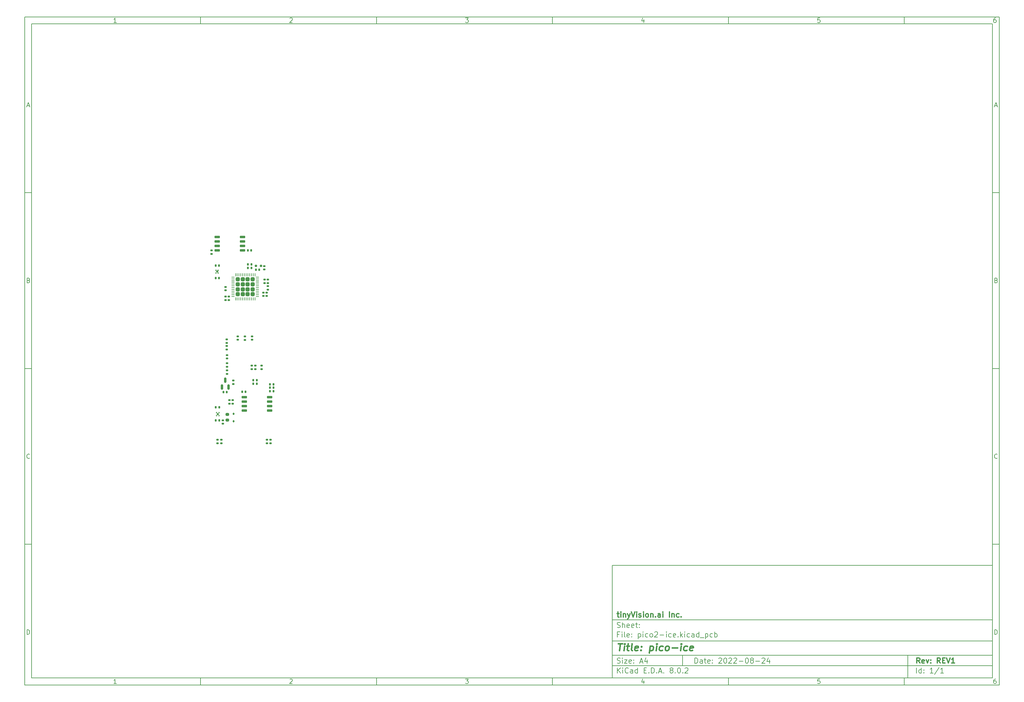
<source format=gbr>
%TF.GenerationSoftware,KiCad,Pcbnew,8.0.2*%
%TF.CreationDate,2024-10-27T15:33:14-07:00*%
%TF.ProjectId,pico2-ice,7069636f-322d-4696-9365-2e6b69636164,REV1*%
%TF.SameCoordinates,Original*%
%TF.FileFunction,Paste,Bot*%
%TF.FilePolarity,Positive*%
%FSLAX46Y46*%
G04 Gerber Fmt 4.6, Leading zero omitted, Abs format (unit mm)*
G04 Created by KiCad (PCBNEW 8.0.2) date 2024-10-27 15:33:14*
%MOMM*%
%LPD*%
G01*
G04 APERTURE LIST*
G04 Aperture macros list*
%AMRoundRect*
0 Rectangle with rounded corners*
0 $1 Rounding radius*
0 $2 $3 $4 $5 $6 $7 $8 $9 X,Y pos of 4 corners*
0 Add a 4 corners polygon primitive as box body*
4,1,4,$2,$3,$4,$5,$6,$7,$8,$9,$2,$3,0*
0 Add four circle primitives for the rounded corners*
1,1,$1+$1,$2,$3*
1,1,$1+$1,$4,$5*
1,1,$1+$1,$6,$7*
1,1,$1+$1,$8,$9*
0 Add four rect primitives between the rounded corners*
20,1,$1+$1,$2,$3,$4,$5,0*
20,1,$1+$1,$4,$5,$6,$7,0*
20,1,$1+$1,$6,$7,$8,$9,0*
20,1,$1+$1,$8,$9,$2,$3,0*%
%AMRotRect*
0 Rectangle, with rotation*
0 The origin of the aperture is its center*
0 $1 length*
0 $2 width*
0 $3 Rotation angle, in degrees counterclockwise*
0 Add horizontal line*
21,1,$1,$2,0,0,$3*%
%AMFreePoly0*
4,1,6,0.130000,-0.115000,-0.020000,-0.275000,-0.130000,-0.275000,-0.130000,0.115000,0.130000,0.115000,0.130000,-0.115000,0.130000,-0.115000,$1*%
%AMFreePoly1*
4,1,6,0.130000,-0.275000,0.020000,-0.275000,-0.130000,-0.115000,-0.130000,0.115000,0.130000,0.115000,0.130000,-0.275000,0.130000,-0.275000,$1*%
G04 Aperture macros list end*
%ADD10C,0.100000*%
%ADD11C,0.150000*%
%ADD12C,0.300000*%
%ADD13C,0.400000*%
%ADD14RoundRect,0.140000X0.140000X0.170000X-0.140000X0.170000X-0.140000X-0.170000X0.140000X-0.170000X0*%
%ADD15RoundRect,0.135000X0.135000X0.185000X-0.135000X0.185000X-0.135000X-0.185000X0.135000X-0.185000X0*%
%ADD16RoundRect,0.140000X0.170000X-0.140000X0.170000X0.140000X-0.170000X0.140000X-0.170000X-0.140000X0*%
%ADD17RoundRect,0.200000X0.275000X-0.200000X0.275000X0.200000X-0.275000X0.200000X-0.275000X-0.200000X0*%
%ADD18RoundRect,0.140000X-0.170000X0.140000X-0.170000X-0.140000X0.170000X-0.140000X0.170000X0.140000X0*%
%ADD19RoundRect,0.140000X-0.140000X-0.170000X0.140000X-0.170000X0.140000X0.170000X-0.140000X0.170000X0*%
%ADD20RoundRect,0.135000X-0.135000X-0.185000X0.135000X-0.185000X0.135000X0.185000X-0.135000X0.185000X0*%
%ADD21RoundRect,0.150000X-0.650000X-0.150000X0.650000X-0.150000X0.650000X0.150000X-0.650000X0.150000X0*%
%ADD22RoundRect,0.135000X0.185000X-0.135000X0.185000X0.135000X-0.185000X0.135000X-0.185000X-0.135000X0*%
%ADD23RoundRect,0.135000X-0.185000X0.135000X-0.185000X-0.135000X0.185000X-0.135000X0.185000X0.135000X0*%
%ADD24RoundRect,0.150000X0.650000X0.150000X-0.650000X0.150000X-0.650000X-0.150000X0.650000X-0.150000X0*%
%ADD25RoundRect,0.112500X-0.112500X0.187500X-0.112500X-0.187500X0.112500X-0.187500X0.112500X0.187500X0*%
%ADD26RoundRect,0.150000X0.150000X-0.587500X0.150000X0.587500X-0.150000X0.587500X-0.150000X-0.587500X0*%
%ADD27RoundRect,0.150000X0.150000X0.200000X-0.150000X0.200000X-0.150000X-0.200000X0.150000X-0.200000X0*%
%ADD28RoundRect,0.250000X-0.315000X-0.315000X0.315000X-0.315000X0.315000X0.315000X-0.315000X0.315000X0*%
%ADD29RoundRect,0.062500X-0.375000X-0.062500X0.375000X-0.062500X0.375000X0.062500X-0.375000X0.062500X0*%
%ADD30RoundRect,0.062500X-0.062500X-0.375000X0.062500X-0.375000X0.062500X0.375000X-0.062500X0.375000X0*%
%ADD31FreePoly0,180.000000*%
%ADD32FreePoly1,180.000000*%
%ADD33FreePoly0,0.000000*%
%ADD34FreePoly1,0.000000*%
%ADD35RotRect,0.520000X0.520000X315.000000*%
%ADD36RotRect,0.520000X0.520000X135.000000*%
G04 APERTURE END LIST*
D10*
D11*
X177002200Y-166007200D02*
X285002200Y-166007200D01*
X285002200Y-198007200D01*
X177002200Y-198007200D01*
X177002200Y-166007200D01*
D10*
D11*
X10000000Y-10000000D02*
X287002200Y-10000000D01*
X287002200Y-200007200D01*
X10000000Y-200007200D01*
X10000000Y-10000000D01*
D10*
D11*
X12000000Y-12000000D02*
X285002200Y-12000000D01*
X285002200Y-198007200D01*
X12000000Y-198007200D01*
X12000000Y-12000000D01*
D10*
D11*
X60000000Y-12000000D02*
X60000000Y-10000000D01*
D10*
D11*
X110000000Y-12000000D02*
X110000000Y-10000000D01*
D10*
D11*
X160000000Y-12000000D02*
X160000000Y-10000000D01*
D10*
D11*
X210000000Y-12000000D02*
X210000000Y-10000000D01*
D10*
D11*
X260000000Y-12000000D02*
X260000000Y-10000000D01*
D10*
D11*
X36089160Y-11593604D02*
X35346303Y-11593604D01*
X35717731Y-11593604D02*
X35717731Y-10293604D01*
X35717731Y-10293604D02*
X35593922Y-10479319D01*
X35593922Y-10479319D02*
X35470112Y-10603128D01*
X35470112Y-10603128D02*
X35346303Y-10665033D01*
D10*
D11*
X85346303Y-10417414D02*
X85408207Y-10355509D01*
X85408207Y-10355509D02*
X85532017Y-10293604D01*
X85532017Y-10293604D02*
X85841541Y-10293604D01*
X85841541Y-10293604D02*
X85965350Y-10355509D01*
X85965350Y-10355509D02*
X86027255Y-10417414D01*
X86027255Y-10417414D02*
X86089160Y-10541223D01*
X86089160Y-10541223D02*
X86089160Y-10665033D01*
X86089160Y-10665033D02*
X86027255Y-10850747D01*
X86027255Y-10850747D02*
X85284398Y-11593604D01*
X85284398Y-11593604D02*
X86089160Y-11593604D01*
D10*
D11*
X135284398Y-10293604D02*
X136089160Y-10293604D01*
X136089160Y-10293604D02*
X135655826Y-10788842D01*
X135655826Y-10788842D02*
X135841541Y-10788842D01*
X135841541Y-10788842D02*
X135965350Y-10850747D01*
X135965350Y-10850747D02*
X136027255Y-10912652D01*
X136027255Y-10912652D02*
X136089160Y-11036461D01*
X136089160Y-11036461D02*
X136089160Y-11345985D01*
X136089160Y-11345985D02*
X136027255Y-11469795D01*
X136027255Y-11469795D02*
X135965350Y-11531700D01*
X135965350Y-11531700D02*
X135841541Y-11593604D01*
X135841541Y-11593604D02*
X135470112Y-11593604D01*
X135470112Y-11593604D02*
X135346303Y-11531700D01*
X135346303Y-11531700D02*
X135284398Y-11469795D01*
D10*
D11*
X185965350Y-10726938D02*
X185965350Y-11593604D01*
X185655826Y-10231700D02*
X185346303Y-11160271D01*
X185346303Y-11160271D02*
X186151064Y-11160271D01*
D10*
D11*
X236027255Y-10293604D02*
X235408207Y-10293604D01*
X235408207Y-10293604D02*
X235346303Y-10912652D01*
X235346303Y-10912652D02*
X235408207Y-10850747D01*
X235408207Y-10850747D02*
X235532017Y-10788842D01*
X235532017Y-10788842D02*
X235841541Y-10788842D01*
X235841541Y-10788842D02*
X235965350Y-10850747D01*
X235965350Y-10850747D02*
X236027255Y-10912652D01*
X236027255Y-10912652D02*
X236089160Y-11036461D01*
X236089160Y-11036461D02*
X236089160Y-11345985D01*
X236089160Y-11345985D02*
X236027255Y-11469795D01*
X236027255Y-11469795D02*
X235965350Y-11531700D01*
X235965350Y-11531700D02*
X235841541Y-11593604D01*
X235841541Y-11593604D02*
X235532017Y-11593604D01*
X235532017Y-11593604D02*
X235408207Y-11531700D01*
X235408207Y-11531700D02*
X235346303Y-11469795D01*
D10*
D11*
X285965350Y-10293604D02*
X285717731Y-10293604D01*
X285717731Y-10293604D02*
X285593922Y-10355509D01*
X285593922Y-10355509D02*
X285532017Y-10417414D01*
X285532017Y-10417414D02*
X285408207Y-10603128D01*
X285408207Y-10603128D02*
X285346303Y-10850747D01*
X285346303Y-10850747D02*
X285346303Y-11345985D01*
X285346303Y-11345985D02*
X285408207Y-11469795D01*
X285408207Y-11469795D02*
X285470112Y-11531700D01*
X285470112Y-11531700D02*
X285593922Y-11593604D01*
X285593922Y-11593604D02*
X285841541Y-11593604D01*
X285841541Y-11593604D02*
X285965350Y-11531700D01*
X285965350Y-11531700D02*
X286027255Y-11469795D01*
X286027255Y-11469795D02*
X286089160Y-11345985D01*
X286089160Y-11345985D02*
X286089160Y-11036461D01*
X286089160Y-11036461D02*
X286027255Y-10912652D01*
X286027255Y-10912652D02*
X285965350Y-10850747D01*
X285965350Y-10850747D02*
X285841541Y-10788842D01*
X285841541Y-10788842D02*
X285593922Y-10788842D01*
X285593922Y-10788842D02*
X285470112Y-10850747D01*
X285470112Y-10850747D02*
X285408207Y-10912652D01*
X285408207Y-10912652D02*
X285346303Y-11036461D01*
D10*
D11*
X60000000Y-198007200D02*
X60000000Y-200007200D01*
D10*
D11*
X110000000Y-198007200D02*
X110000000Y-200007200D01*
D10*
D11*
X160000000Y-198007200D02*
X160000000Y-200007200D01*
D10*
D11*
X210000000Y-198007200D02*
X210000000Y-200007200D01*
D10*
D11*
X260000000Y-198007200D02*
X260000000Y-200007200D01*
D10*
D11*
X36089160Y-199600804D02*
X35346303Y-199600804D01*
X35717731Y-199600804D02*
X35717731Y-198300804D01*
X35717731Y-198300804D02*
X35593922Y-198486519D01*
X35593922Y-198486519D02*
X35470112Y-198610328D01*
X35470112Y-198610328D02*
X35346303Y-198672233D01*
D10*
D11*
X85346303Y-198424614D02*
X85408207Y-198362709D01*
X85408207Y-198362709D02*
X85532017Y-198300804D01*
X85532017Y-198300804D02*
X85841541Y-198300804D01*
X85841541Y-198300804D02*
X85965350Y-198362709D01*
X85965350Y-198362709D02*
X86027255Y-198424614D01*
X86027255Y-198424614D02*
X86089160Y-198548423D01*
X86089160Y-198548423D02*
X86089160Y-198672233D01*
X86089160Y-198672233D02*
X86027255Y-198857947D01*
X86027255Y-198857947D02*
X85284398Y-199600804D01*
X85284398Y-199600804D02*
X86089160Y-199600804D01*
D10*
D11*
X135284398Y-198300804D02*
X136089160Y-198300804D01*
X136089160Y-198300804D02*
X135655826Y-198796042D01*
X135655826Y-198796042D02*
X135841541Y-198796042D01*
X135841541Y-198796042D02*
X135965350Y-198857947D01*
X135965350Y-198857947D02*
X136027255Y-198919852D01*
X136027255Y-198919852D02*
X136089160Y-199043661D01*
X136089160Y-199043661D02*
X136089160Y-199353185D01*
X136089160Y-199353185D02*
X136027255Y-199476995D01*
X136027255Y-199476995D02*
X135965350Y-199538900D01*
X135965350Y-199538900D02*
X135841541Y-199600804D01*
X135841541Y-199600804D02*
X135470112Y-199600804D01*
X135470112Y-199600804D02*
X135346303Y-199538900D01*
X135346303Y-199538900D02*
X135284398Y-199476995D01*
D10*
D11*
X185965350Y-198734138D02*
X185965350Y-199600804D01*
X185655826Y-198238900D02*
X185346303Y-199167471D01*
X185346303Y-199167471D02*
X186151064Y-199167471D01*
D10*
D11*
X236027255Y-198300804D02*
X235408207Y-198300804D01*
X235408207Y-198300804D02*
X235346303Y-198919852D01*
X235346303Y-198919852D02*
X235408207Y-198857947D01*
X235408207Y-198857947D02*
X235532017Y-198796042D01*
X235532017Y-198796042D02*
X235841541Y-198796042D01*
X235841541Y-198796042D02*
X235965350Y-198857947D01*
X235965350Y-198857947D02*
X236027255Y-198919852D01*
X236027255Y-198919852D02*
X236089160Y-199043661D01*
X236089160Y-199043661D02*
X236089160Y-199353185D01*
X236089160Y-199353185D02*
X236027255Y-199476995D01*
X236027255Y-199476995D02*
X235965350Y-199538900D01*
X235965350Y-199538900D02*
X235841541Y-199600804D01*
X235841541Y-199600804D02*
X235532017Y-199600804D01*
X235532017Y-199600804D02*
X235408207Y-199538900D01*
X235408207Y-199538900D02*
X235346303Y-199476995D01*
D10*
D11*
X285965350Y-198300804D02*
X285717731Y-198300804D01*
X285717731Y-198300804D02*
X285593922Y-198362709D01*
X285593922Y-198362709D02*
X285532017Y-198424614D01*
X285532017Y-198424614D02*
X285408207Y-198610328D01*
X285408207Y-198610328D02*
X285346303Y-198857947D01*
X285346303Y-198857947D02*
X285346303Y-199353185D01*
X285346303Y-199353185D02*
X285408207Y-199476995D01*
X285408207Y-199476995D02*
X285470112Y-199538900D01*
X285470112Y-199538900D02*
X285593922Y-199600804D01*
X285593922Y-199600804D02*
X285841541Y-199600804D01*
X285841541Y-199600804D02*
X285965350Y-199538900D01*
X285965350Y-199538900D02*
X286027255Y-199476995D01*
X286027255Y-199476995D02*
X286089160Y-199353185D01*
X286089160Y-199353185D02*
X286089160Y-199043661D01*
X286089160Y-199043661D02*
X286027255Y-198919852D01*
X286027255Y-198919852D02*
X285965350Y-198857947D01*
X285965350Y-198857947D02*
X285841541Y-198796042D01*
X285841541Y-198796042D02*
X285593922Y-198796042D01*
X285593922Y-198796042D02*
X285470112Y-198857947D01*
X285470112Y-198857947D02*
X285408207Y-198919852D01*
X285408207Y-198919852D02*
X285346303Y-199043661D01*
D10*
D11*
X10000000Y-60000000D02*
X12000000Y-60000000D01*
D10*
D11*
X10000000Y-110000000D02*
X12000000Y-110000000D01*
D10*
D11*
X10000000Y-160000000D02*
X12000000Y-160000000D01*
D10*
D11*
X10690476Y-35222176D02*
X11309523Y-35222176D01*
X10566666Y-35593604D02*
X10999999Y-34293604D01*
X10999999Y-34293604D02*
X11433333Y-35593604D01*
D10*
D11*
X11092857Y-84912652D02*
X11278571Y-84974557D01*
X11278571Y-84974557D02*
X11340476Y-85036461D01*
X11340476Y-85036461D02*
X11402380Y-85160271D01*
X11402380Y-85160271D02*
X11402380Y-85345985D01*
X11402380Y-85345985D02*
X11340476Y-85469795D01*
X11340476Y-85469795D02*
X11278571Y-85531700D01*
X11278571Y-85531700D02*
X11154761Y-85593604D01*
X11154761Y-85593604D02*
X10659523Y-85593604D01*
X10659523Y-85593604D02*
X10659523Y-84293604D01*
X10659523Y-84293604D02*
X11092857Y-84293604D01*
X11092857Y-84293604D02*
X11216666Y-84355509D01*
X11216666Y-84355509D02*
X11278571Y-84417414D01*
X11278571Y-84417414D02*
X11340476Y-84541223D01*
X11340476Y-84541223D02*
X11340476Y-84665033D01*
X11340476Y-84665033D02*
X11278571Y-84788842D01*
X11278571Y-84788842D02*
X11216666Y-84850747D01*
X11216666Y-84850747D02*
X11092857Y-84912652D01*
X11092857Y-84912652D02*
X10659523Y-84912652D01*
D10*
D11*
X11402380Y-135469795D02*
X11340476Y-135531700D01*
X11340476Y-135531700D02*
X11154761Y-135593604D01*
X11154761Y-135593604D02*
X11030952Y-135593604D01*
X11030952Y-135593604D02*
X10845238Y-135531700D01*
X10845238Y-135531700D02*
X10721428Y-135407890D01*
X10721428Y-135407890D02*
X10659523Y-135284080D01*
X10659523Y-135284080D02*
X10597619Y-135036461D01*
X10597619Y-135036461D02*
X10597619Y-134850747D01*
X10597619Y-134850747D02*
X10659523Y-134603128D01*
X10659523Y-134603128D02*
X10721428Y-134479319D01*
X10721428Y-134479319D02*
X10845238Y-134355509D01*
X10845238Y-134355509D02*
X11030952Y-134293604D01*
X11030952Y-134293604D02*
X11154761Y-134293604D01*
X11154761Y-134293604D02*
X11340476Y-134355509D01*
X11340476Y-134355509D02*
X11402380Y-134417414D01*
D10*
D11*
X10659523Y-185593604D02*
X10659523Y-184293604D01*
X10659523Y-184293604D02*
X10969047Y-184293604D01*
X10969047Y-184293604D02*
X11154761Y-184355509D01*
X11154761Y-184355509D02*
X11278571Y-184479319D01*
X11278571Y-184479319D02*
X11340476Y-184603128D01*
X11340476Y-184603128D02*
X11402380Y-184850747D01*
X11402380Y-184850747D02*
X11402380Y-185036461D01*
X11402380Y-185036461D02*
X11340476Y-185284080D01*
X11340476Y-185284080D02*
X11278571Y-185407890D01*
X11278571Y-185407890D02*
X11154761Y-185531700D01*
X11154761Y-185531700D02*
X10969047Y-185593604D01*
X10969047Y-185593604D02*
X10659523Y-185593604D01*
D10*
D11*
X287002200Y-60000000D02*
X285002200Y-60000000D01*
D10*
D11*
X287002200Y-110000000D02*
X285002200Y-110000000D01*
D10*
D11*
X287002200Y-160000000D02*
X285002200Y-160000000D01*
D10*
D11*
X285692676Y-35222176D02*
X286311723Y-35222176D01*
X285568866Y-35593604D02*
X286002199Y-34293604D01*
X286002199Y-34293604D02*
X286435533Y-35593604D01*
D10*
D11*
X286095057Y-84912652D02*
X286280771Y-84974557D01*
X286280771Y-84974557D02*
X286342676Y-85036461D01*
X286342676Y-85036461D02*
X286404580Y-85160271D01*
X286404580Y-85160271D02*
X286404580Y-85345985D01*
X286404580Y-85345985D02*
X286342676Y-85469795D01*
X286342676Y-85469795D02*
X286280771Y-85531700D01*
X286280771Y-85531700D02*
X286156961Y-85593604D01*
X286156961Y-85593604D02*
X285661723Y-85593604D01*
X285661723Y-85593604D02*
X285661723Y-84293604D01*
X285661723Y-84293604D02*
X286095057Y-84293604D01*
X286095057Y-84293604D02*
X286218866Y-84355509D01*
X286218866Y-84355509D02*
X286280771Y-84417414D01*
X286280771Y-84417414D02*
X286342676Y-84541223D01*
X286342676Y-84541223D02*
X286342676Y-84665033D01*
X286342676Y-84665033D02*
X286280771Y-84788842D01*
X286280771Y-84788842D02*
X286218866Y-84850747D01*
X286218866Y-84850747D02*
X286095057Y-84912652D01*
X286095057Y-84912652D02*
X285661723Y-84912652D01*
D10*
D11*
X286404580Y-135469795D02*
X286342676Y-135531700D01*
X286342676Y-135531700D02*
X286156961Y-135593604D01*
X286156961Y-135593604D02*
X286033152Y-135593604D01*
X286033152Y-135593604D02*
X285847438Y-135531700D01*
X285847438Y-135531700D02*
X285723628Y-135407890D01*
X285723628Y-135407890D02*
X285661723Y-135284080D01*
X285661723Y-135284080D02*
X285599819Y-135036461D01*
X285599819Y-135036461D02*
X285599819Y-134850747D01*
X285599819Y-134850747D02*
X285661723Y-134603128D01*
X285661723Y-134603128D02*
X285723628Y-134479319D01*
X285723628Y-134479319D02*
X285847438Y-134355509D01*
X285847438Y-134355509D02*
X286033152Y-134293604D01*
X286033152Y-134293604D02*
X286156961Y-134293604D01*
X286156961Y-134293604D02*
X286342676Y-134355509D01*
X286342676Y-134355509D02*
X286404580Y-134417414D01*
D10*
D11*
X285661723Y-185593604D02*
X285661723Y-184293604D01*
X285661723Y-184293604D02*
X285971247Y-184293604D01*
X285971247Y-184293604D02*
X286156961Y-184355509D01*
X286156961Y-184355509D02*
X286280771Y-184479319D01*
X286280771Y-184479319D02*
X286342676Y-184603128D01*
X286342676Y-184603128D02*
X286404580Y-184850747D01*
X286404580Y-184850747D02*
X286404580Y-185036461D01*
X286404580Y-185036461D02*
X286342676Y-185284080D01*
X286342676Y-185284080D02*
X286280771Y-185407890D01*
X286280771Y-185407890D02*
X286156961Y-185531700D01*
X286156961Y-185531700D02*
X285971247Y-185593604D01*
X285971247Y-185593604D02*
X285661723Y-185593604D01*
D10*
D11*
X200458026Y-193793328D02*
X200458026Y-192293328D01*
X200458026Y-192293328D02*
X200815169Y-192293328D01*
X200815169Y-192293328D02*
X201029455Y-192364757D01*
X201029455Y-192364757D02*
X201172312Y-192507614D01*
X201172312Y-192507614D02*
X201243741Y-192650471D01*
X201243741Y-192650471D02*
X201315169Y-192936185D01*
X201315169Y-192936185D02*
X201315169Y-193150471D01*
X201315169Y-193150471D02*
X201243741Y-193436185D01*
X201243741Y-193436185D02*
X201172312Y-193579042D01*
X201172312Y-193579042D02*
X201029455Y-193721900D01*
X201029455Y-193721900D02*
X200815169Y-193793328D01*
X200815169Y-193793328D02*
X200458026Y-193793328D01*
X202600884Y-193793328D02*
X202600884Y-193007614D01*
X202600884Y-193007614D02*
X202529455Y-192864757D01*
X202529455Y-192864757D02*
X202386598Y-192793328D01*
X202386598Y-192793328D02*
X202100884Y-192793328D01*
X202100884Y-192793328D02*
X201958026Y-192864757D01*
X202600884Y-193721900D02*
X202458026Y-193793328D01*
X202458026Y-193793328D02*
X202100884Y-193793328D01*
X202100884Y-193793328D02*
X201958026Y-193721900D01*
X201958026Y-193721900D02*
X201886598Y-193579042D01*
X201886598Y-193579042D02*
X201886598Y-193436185D01*
X201886598Y-193436185D02*
X201958026Y-193293328D01*
X201958026Y-193293328D02*
X202100884Y-193221900D01*
X202100884Y-193221900D02*
X202458026Y-193221900D01*
X202458026Y-193221900D02*
X202600884Y-193150471D01*
X203100884Y-192793328D02*
X203672312Y-192793328D01*
X203315169Y-192293328D02*
X203315169Y-193579042D01*
X203315169Y-193579042D02*
X203386598Y-193721900D01*
X203386598Y-193721900D02*
X203529455Y-193793328D01*
X203529455Y-193793328D02*
X203672312Y-193793328D01*
X204743741Y-193721900D02*
X204600884Y-193793328D01*
X204600884Y-193793328D02*
X204315170Y-193793328D01*
X204315170Y-193793328D02*
X204172312Y-193721900D01*
X204172312Y-193721900D02*
X204100884Y-193579042D01*
X204100884Y-193579042D02*
X204100884Y-193007614D01*
X204100884Y-193007614D02*
X204172312Y-192864757D01*
X204172312Y-192864757D02*
X204315170Y-192793328D01*
X204315170Y-192793328D02*
X204600884Y-192793328D01*
X204600884Y-192793328D02*
X204743741Y-192864757D01*
X204743741Y-192864757D02*
X204815170Y-193007614D01*
X204815170Y-193007614D02*
X204815170Y-193150471D01*
X204815170Y-193150471D02*
X204100884Y-193293328D01*
X205458026Y-193650471D02*
X205529455Y-193721900D01*
X205529455Y-193721900D02*
X205458026Y-193793328D01*
X205458026Y-193793328D02*
X205386598Y-193721900D01*
X205386598Y-193721900D02*
X205458026Y-193650471D01*
X205458026Y-193650471D02*
X205458026Y-193793328D01*
X205458026Y-192864757D02*
X205529455Y-192936185D01*
X205529455Y-192936185D02*
X205458026Y-193007614D01*
X205458026Y-193007614D02*
X205386598Y-192936185D01*
X205386598Y-192936185D02*
X205458026Y-192864757D01*
X205458026Y-192864757D02*
X205458026Y-193007614D01*
X207243741Y-192436185D02*
X207315169Y-192364757D01*
X207315169Y-192364757D02*
X207458027Y-192293328D01*
X207458027Y-192293328D02*
X207815169Y-192293328D01*
X207815169Y-192293328D02*
X207958027Y-192364757D01*
X207958027Y-192364757D02*
X208029455Y-192436185D01*
X208029455Y-192436185D02*
X208100884Y-192579042D01*
X208100884Y-192579042D02*
X208100884Y-192721900D01*
X208100884Y-192721900D02*
X208029455Y-192936185D01*
X208029455Y-192936185D02*
X207172312Y-193793328D01*
X207172312Y-193793328D02*
X208100884Y-193793328D01*
X209029455Y-192293328D02*
X209172312Y-192293328D01*
X209172312Y-192293328D02*
X209315169Y-192364757D01*
X209315169Y-192364757D02*
X209386598Y-192436185D01*
X209386598Y-192436185D02*
X209458026Y-192579042D01*
X209458026Y-192579042D02*
X209529455Y-192864757D01*
X209529455Y-192864757D02*
X209529455Y-193221900D01*
X209529455Y-193221900D02*
X209458026Y-193507614D01*
X209458026Y-193507614D02*
X209386598Y-193650471D01*
X209386598Y-193650471D02*
X209315169Y-193721900D01*
X209315169Y-193721900D02*
X209172312Y-193793328D01*
X209172312Y-193793328D02*
X209029455Y-193793328D01*
X209029455Y-193793328D02*
X208886598Y-193721900D01*
X208886598Y-193721900D02*
X208815169Y-193650471D01*
X208815169Y-193650471D02*
X208743740Y-193507614D01*
X208743740Y-193507614D02*
X208672312Y-193221900D01*
X208672312Y-193221900D02*
X208672312Y-192864757D01*
X208672312Y-192864757D02*
X208743740Y-192579042D01*
X208743740Y-192579042D02*
X208815169Y-192436185D01*
X208815169Y-192436185D02*
X208886598Y-192364757D01*
X208886598Y-192364757D02*
X209029455Y-192293328D01*
X210100883Y-192436185D02*
X210172311Y-192364757D01*
X210172311Y-192364757D02*
X210315169Y-192293328D01*
X210315169Y-192293328D02*
X210672311Y-192293328D01*
X210672311Y-192293328D02*
X210815169Y-192364757D01*
X210815169Y-192364757D02*
X210886597Y-192436185D01*
X210886597Y-192436185D02*
X210958026Y-192579042D01*
X210958026Y-192579042D02*
X210958026Y-192721900D01*
X210958026Y-192721900D02*
X210886597Y-192936185D01*
X210886597Y-192936185D02*
X210029454Y-193793328D01*
X210029454Y-193793328D02*
X210958026Y-193793328D01*
X211529454Y-192436185D02*
X211600882Y-192364757D01*
X211600882Y-192364757D02*
X211743740Y-192293328D01*
X211743740Y-192293328D02*
X212100882Y-192293328D01*
X212100882Y-192293328D02*
X212243740Y-192364757D01*
X212243740Y-192364757D02*
X212315168Y-192436185D01*
X212315168Y-192436185D02*
X212386597Y-192579042D01*
X212386597Y-192579042D02*
X212386597Y-192721900D01*
X212386597Y-192721900D02*
X212315168Y-192936185D01*
X212315168Y-192936185D02*
X211458025Y-193793328D01*
X211458025Y-193793328D02*
X212386597Y-193793328D01*
X213029453Y-193221900D02*
X214172311Y-193221900D01*
X215172311Y-192293328D02*
X215315168Y-192293328D01*
X215315168Y-192293328D02*
X215458025Y-192364757D01*
X215458025Y-192364757D02*
X215529454Y-192436185D01*
X215529454Y-192436185D02*
X215600882Y-192579042D01*
X215600882Y-192579042D02*
X215672311Y-192864757D01*
X215672311Y-192864757D02*
X215672311Y-193221900D01*
X215672311Y-193221900D02*
X215600882Y-193507614D01*
X215600882Y-193507614D02*
X215529454Y-193650471D01*
X215529454Y-193650471D02*
X215458025Y-193721900D01*
X215458025Y-193721900D02*
X215315168Y-193793328D01*
X215315168Y-193793328D02*
X215172311Y-193793328D01*
X215172311Y-193793328D02*
X215029454Y-193721900D01*
X215029454Y-193721900D02*
X214958025Y-193650471D01*
X214958025Y-193650471D02*
X214886596Y-193507614D01*
X214886596Y-193507614D02*
X214815168Y-193221900D01*
X214815168Y-193221900D02*
X214815168Y-192864757D01*
X214815168Y-192864757D02*
X214886596Y-192579042D01*
X214886596Y-192579042D02*
X214958025Y-192436185D01*
X214958025Y-192436185D02*
X215029454Y-192364757D01*
X215029454Y-192364757D02*
X215172311Y-192293328D01*
X216529453Y-192936185D02*
X216386596Y-192864757D01*
X216386596Y-192864757D02*
X216315167Y-192793328D01*
X216315167Y-192793328D02*
X216243739Y-192650471D01*
X216243739Y-192650471D02*
X216243739Y-192579042D01*
X216243739Y-192579042D02*
X216315167Y-192436185D01*
X216315167Y-192436185D02*
X216386596Y-192364757D01*
X216386596Y-192364757D02*
X216529453Y-192293328D01*
X216529453Y-192293328D02*
X216815167Y-192293328D01*
X216815167Y-192293328D02*
X216958025Y-192364757D01*
X216958025Y-192364757D02*
X217029453Y-192436185D01*
X217029453Y-192436185D02*
X217100882Y-192579042D01*
X217100882Y-192579042D02*
X217100882Y-192650471D01*
X217100882Y-192650471D02*
X217029453Y-192793328D01*
X217029453Y-192793328D02*
X216958025Y-192864757D01*
X216958025Y-192864757D02*
X216815167Y-192936185D01*
X216815167Y-192936185D02*
X216529453Y-192936185D01*
X216529453Y-192936185D02*
X216386596Y-193007614D01*
X216386596Y-193007614D02*
X216315167Y-193079042D01*
X216315167Y-193079042D02*
X216243739Y-193221900D01*
X216243739Y-193221900D02*
X216243739Y-193507614D01*
X216243739Y-193507614D02*
X216315167Y-193650471D01*
X216315167Y-193650471D02*
X216386596Y-193721900D01*
X216386596Y-193721900D02*
X216529453Y-193793328D01*
X216529453Y-193793328D02*
X216815167Y-193793328D01*
X216815167Y-193793328D02*
X216958025Y-193721900D01*
X216958025Y-193721900D02*
X217029453Y-193650471D01*
X217029453Y-193650471D02*
X217100882Y-193507614D01*
X217100882Y-193507614D02*
X217100882Y-193221900D01*
X217100882Y-193221900D02*
X217029453Y-193079042D01*
X217029453Y-193079042D02*
X216958025Y-193007614D01*
X216958025Y-193007614D02*
X216815167Y-192936185D01*
X217743738Y-193221900D02*
X218886596Y-193221900D01*
X219529453Y-192436185D02*
X219600881Y-192364757D01*
X219600881Y-192364757D02*
X219743739Y-192293328D01*
X219743739Y-192293328D02*
X220100881Y-192293328D01*
X220100881Y-192293328D02*
X220243739Y-192364757D01*
X220243739Y-192364757D02*
X220315167Y-192436185D01*
X220315167Y-192436185D02*
X220386596Y-192579042D01*
X220386596Y-192579042D02*
X220386596Y-192721900D01*
X220386596Y-192721900D02*
X220315167Y-192936185D01*
X220315167Y-192936185D02*
X219458024Y-193793328D01*
X219458024Y-193793328D02*
X220386596Y-193793328D01*
X221672310Y-192793328D02*
X221672310Y-193793328D01*
X221315167Y-192221900D02*
X220958024Y-193293328D01*
X220958024Y-193293328D02*
X221886595Y-193293328D01*
D10*
D11*
X177002200Y-194507200D02*
X285002200Y-194507200D01*
D10*
D11*
X178458026Y-196593328D02*
X178458026Y-195093328D01*
X179315169Y-196593328D02*
X178672312Y-195736185D01*
X179315169Y-195093328D02*
X178458026Y-195950471D01*
X179958026Y-196593328D02*
X179958026Y-195593328D01*
X179958026Y-195093328D02*
X179886598Y-195164757D01*
X179886598Y-195164757D02*
X179958026Y-195236185D01*
X179958026Y-195236185D02*
X180029455Y-195164757D01*
X180029455Y-195164757D02*
X179958026Y-195093328D01*
X179958026Y-195093328D02*
X179958026Y-195236185D01*
X181529455Y-196450471D02*
X181458027Y-196521900D01*
X181458027Y-196521900D02*
X181243741Y-196593328D01*
X181243741Y-196593328D02*
X181100884Y-196593328D01*
X181100884Y-196593328D02*
X180886598Y-196521900D01*
X180886598Y-196521900D02*
X180743741Y-196379042D01*
X180743741Y-196379042D02*
X180672312Y-196236185D01*
X180672312Y-196236185D02*
X180600884Y-195950471D01*
X180600884Y-195950471D02*
X180600884Y-195736185D01*
X180600884Y-195736185D02*
X180672312Y-195450471D01*
X180672312Y-195450471D02*
X180743741Y-195307614D01*
X180743741Y-195307614D02*
X180886598Y-195164757D01*
X180886598Y-195164757D02*
X181100884Y-195093328D01*
X181100884Y-195093328D02*
X181243741Y-195093328D01*
X181243741Y-195093328D02*
X181458027Y-195164757D01*
X181458027Y-195164757D02*
X181529455Y-195236185D01*
X182815170Y-196593328D02*
X182815170Y-195807614D01*
X182815170Y-195807614D02*
X182743741Y-195664757D01*
X182743741Y-195664757D02*
X182600884Y-195593328D01*
X182600884Y-195593328D02*
X182315170Y-195593328D01*
X182315170Y-195593328D02*
X182172312Y-195664757D01*
X182815170Y-196521900D02*
X182672312Y-196593328D01*
X182672312Y-196593328D02*
X182315170Y-196593328D01*
X182315170Y-196593328D02*
X182172312Y-196521900D01*
X182172312Y-196521900D02*
X182100884Y-196379042D01*
X182100884Y-196379042D02*
X182100884Y-196236185D01*
X182100884Y-196236185D02*
X182172312Y-196093328D01*
X182172312Y-196093328D02*
X182315170Y-196021900D01*
X182315170Y-196021900D02*
X182672312Y-196021900D01*
X182672312Y-196021900D02*
X182815170Y-195950471D01*
X184172313Y-196593328D02*
X184172313Y-195093328D01*
X184172313Y-196521900D02*
X184029455Y-196593328D01*
X184029455Y-196593328D02*
X183743741Y-196593328D01*
X183743741Y-196593328D02*
X183600884Y-196521900D01*
X183600884Y-196521900D02*
X183529455Y-196450471D01*
X183529455Y-196450471D02*
X183458027Y-196307614D01*
X183458027Y-196307614D02*
X183458027Y-195879042D01*
X183458027Y-195879042D02*
X183529455Y-195736185D01*
X183529455Y-195736185D02*
X183600884Y-195664757D01*
X183600884Y-195664757D02*
X183743741Y-195593328D01*
X183743741Y-195593328D02*
X184029455Y-195593328D01*
X184029455Y-195593328D02*
X184172313Y-195664757D01*
X186029455Y-195807614D02*
X186529455Y-195807614D01*
X186743741Y-196593328D02*
X186029455Y-196593328D01*
X186029455Y-196593328D02*
X186029455Y-195093328D01*
X186029455Y-195093328D02*
X186743741Y-195093328D01*
X187386598Y-196450471D02*
X187458027Y-196521900D01*
X187458027Y-196521900D02*
X187386598Y-196593328D01*
X187386598Y-196593328D02*
X187315170Y-196521900D01*
X187315170Y-196521900D02*
X187386598Y-196450471D01*
X187386598Y-196450471D02*
X187386598Y-196593328D01*
X188100884Y-196593328D02*
X188100884Y-195093328D01*
X188100884Y-195093328D02*
X188458027Y-195093328D01*
X188458027Y-195093328D02*
X188672313Y-195164757D01*
X188672313Y-195164757D02*
X188815170Y-195307614D01*
X188815170Y-195307614D02*
X188886599Y-195450471D01*
X188886599Y-195450471D02*
X188958027Y-195736185D01*
X188958027Y-195736185D02*
X188958027Y-195950471D01*
X188958027Y-195950471D02*
X188886599Y-196236185D01*
X188886599Y-196236185D02*
X188815170Y-196379042D01*
X188815170Y-196379042D02*
X188672313Y-196521900D01*
X188672313Y-196521900D02*
X188458027Y-196593328D01*
X188458027Y-196593328D02*
X188100884Y-196593328D01*
X189600884Y-196450471D02*
X189672313Y-196521900D01*
X189672313Y-196521900D02*
X189600884Y-196593328D01*
X189600884Y-196593328D02*
X189529456Y-196521900D01*
X189529456Y-196521900D02*
X189600884Y-196450471D01*
X189600884Y-196450471D02*
X189600884Y-196593328D01*
X190243742Y-196164757D02*
X190958028Y-196164757D01*
X190100885Y-196593328D02*
X190600885Y-195093328D01*
X190600885Y-195093328D02*
X191100885Y-196593328D01*
X191600884Y-196450471D02*
X191672313Y-196521900D01*
X191672313Y-196521900D02*
X191600884Y-196593328D01*
X191600884Y-196593328D02*
X191529456Y-196521900D01*
X191529456Y-196521900D02*
X191600884Y-196450471D01*
X191600884Y-196450471D02*
X191600884Y-196593328D01*
X193672313Y-195736185D02*
X193529456Y-195664757D01*
X193529456Y-195664757D02*
X193458027Y-195593328D01*
X193458027Y-195593328D02*
X193386599Y-195450471D01*
X193386599Y-195450471D02*
X193386599Y-195379042D01*
X193386599Y-195379042D02*
X193458027Y-195236185D01*
X193458027Y-195236185D02*
X193529456Y-195164757D01*
X193529456Y-195164757D02*
X193672313Y-195093328D01*
X193672313Y-195093328D02*
X193958027Y-195093328D01*
X193958027Y-195093328D02*
X194100885Y-195164757D01*
X194100885Y-195164757D02*
X194172313Y-195236185D01*
X194172313Y-195236185D02*
X194243742Y-195379042D01*
X194243742Y-195379042D02*
X194243742Y-195450471D01*
X194243742Y-195450471D02*
X194172313Y-195593328D01*
X194172313Y-195593328D02*
X194100885Y-195664757D01*
X194100885Y-195664757D02*
X193958027Y-195736185D01*
X193958027Y-195736185D02*
X193672313Y-195736185D01*
X193672313Y-195736185D02*
X193529456Y-195807614D01*
X193529456Y-195807614D02*
X193458027Y-195879042D01*
X193458027Y-195879042D02*
X193386599Y-196021900D01*
X193386599Y-196021900D02*
X193386599Y-196307614D01*
X193386599Y-196307614D02*
X193458027Y-196450471D01*
X193458027Y-196450471D02*
X193529456Y-196521900D01*
X193529456Y-196521900D02*
X193672313Y-196593328D01*
X193672313Y-196593328D02*
X193958027Y-196593328D01*
X193958027Y-196593328D02*
X194100885Y-196521900D01*
X194100885Y-196521900D02*
X194172313Y-196450471D01*
X194172313Y-196450471D02*
X194243742Y-196307614D01*
X194243742Y-196307614D02*
X194243742Y-196021900D01*
X194243742Y-196021900D02*
X194172313Y-195879042D01*
X194172313Y-195879042D02*
X194100885Y-195807614D01*
X194100885Y-195807614D02*
X193958027Y-195736185D01*
X194886598Y-196450471D02*
X194958027Y-196521900D01*
X194958027Y-196521900D02*
X194886598Y-196593328D01*
X194886598Y-196593328D02*
X194815170Y-196521900D01*
X194815170Y-196521900D02*
X194886598Y-196450471D01*
X194886598Y-196450471D02*
X194886598Y-196593328D01*
X195886599Y-195093328D02*
X196029456Y-195093328D01*
X196029456Y-195093328D02*
X196172313Y-195164757D01*
X196172313Y-195164757D02*
X196243742Y-195236185D01*
X196243742Y-195236185D02*
X196315170Y-195379042D01*
X196315170Y-195379042D02*
X196386599Y-195664757D01*
X196386599Y-195664757D02*
X196386599Y-196021900D01*
X196386599Y-196021900D02*
X196315170Y-196307614D01*
X196315170Y-196307614D02*
X196243742Y-196450471D01*
X196243742Y-196450471D02*
X196172313Y-196521900D01*
X196172313Y-196521900D02*
X196029456Y-196593328D01*
X196029456Y-196593328D02*
X195886599Y-196593328D01*
X195886599Y-196593328D02*
X195743742Y-196521900D01*
X195743742Y-196521900D02*
X195672313Y-196450471D01*
X195672313Y-196450471D02*
X195600884Y-196307614D01*
X195600884Y-196307614D02*
X195529456Y-196021900D01*
X195529456Y-196021900D02*
X195529456Y-195664757D01*
X195529456Y-195664757D02*
X195600884Y-195379042D01*
X195600884Y-195379042D02*
X195672313Y-195236185D01*
X195672313Y-195236185D02*
X195743742Y-195164757D01*
X195743742Y-195164757D02*
X195886599Y-195093328D01*
X197029455Y-196450471D02*
X197100884Y-196521900D01*
X197100884Y-196521900D02*
X197029455Y-196593328D01*
X197029455Y-196593328D02*
X196958027Y-196521900D01*
X196958027Y-196521900D02*
X197029455Y-196450471D01*
X197029455Y-196450471D02*
X197029455Y-196593328D01*
X197672313Y-195236185D02*
X197743741Y-195164757D01*
X197743741Y-195164757D02*
X197886599Y-195093328D01*
X197886599Y-195093328D02*
X198243741Y-195093328D01*
X198243741Y-195093328D02*
X198386599Y-195164757D01*
X198386599Y-195164757D02*
X198458027Y-195236185D01*
X198458027Y-195236185D02*
X198529456Y-195379042D01*
X198529456Y-195379042D02*
X198529456Y-195521900D01*
X198529456Y-195521900D02*
X198458027Y-195736185D01*
X198458027Y-195736185D02*
X197600884Y-196593328D01*
X197600884Y-196593328D02*
X198529456Y-196593328D01*
D10*
D11*
X177002200Y-191507200D02*
X285002200Y-191507200D01*
D10*
D12*
X264413853Y-193785528D02*
X263913853Y-193071242D01*
X263556710Y-193785528D02*
X263556710Y-192285528D01*
X263556710Y-192285528D02*
X264128139Y-192285528D01*
X264128139Y-192285528D02*
X264270996Y-192356957D01*
X264270996Y-192356957D02*
X264342425Y-192428385D01*
X264342425Y-192428385D02*
X264413853Y-192571242D01*
X264413853Y-192571242D02*
X264413853Y-192785528D01*
X264413853Y-192785528D02*
X264342425Y-192928385D01*
X264342425Y-192928385D02*
X264270996Y-192999814D01*
X264270996Y-192999814D02*
X264128139Y-193071242D01*
X264128139Y-193071242D02*
X263556710Y-193071242D01*
X265628139Y-193714100D02*
X265485282Y-193785528D01*
X265485282Y-193785528D02*
X265199568Y-193785528D01*
X265199568Y-193785528D02*
X265056710Y-193714100D01*
X265056710Y-193714100D02*
X264985282Y-193571242D01*
X264985282Y-193571242D02*
X264985282Y-192999814D01*
X264985282Y-192999814D02*
X265056710Y-192856957D01*
X265056710Y-192856957D02*
X265199568Y-192785528D01*
X265199568Y-192785528D02*
X265485282Y-192785528D01*
X265485282Y-192785528D02*
X265628139Y-192856957D01*
X265628139Y-192856957D02*
X265699568Y-192999814D01*
X265699568Y-192999814D02*
X265699568Y-193142671D01*
X265699568Y-193142671D02*
X264985282Y-193285528D01*
X266199567Y-192785528D02*
X266556710Y-193785528D01*
X266556710Y-193785528D02*
X266913853Y-192785528D01*
X267485281Y-193642671D02*
X267556710Y-193714100D01*
X267556710Y-193714100D02*
X267485281Y-193785528D01*
X267485281Y-193785528D02*
X267413853Y-193714100D01*
X267413853Y-193714100D02*
X267485281Y-193642671D01*
X267485281Y-193642671D02*
X267485281Y-193785528D01*
X267485281Y-192856957D02*
X267556710Y-192928385D01*
X267556710Y-192928385D02*
X267485281Y-192999814D01*
X267485281Y-192999814D02*
X267413853Y-192928385D01*
X267413853Y-192928385D02*
X267485281Y-192856957D01*
X267485281Y-192856957D02*
X267485281Y-192999814D01*
X270199567Y-193785528D02*
X269699567Y-193071242D01*
X269342424Y-193785528D02*
X269342424Y-192285528D01*
X269342424Y-192285528D02*
X269913853Y-192285528D01*
X269913853Y-192285528D02*
X270056710Y-192356957D01*
X270056710Y-192356957D02*
X270128139Y-192428385D01*
X270128139Y-192428385D02*
X270199567Y-192571242D01*
X270199567Y-192571242D02*
X270199567Y-192785528D01*
X270199567Y-192785528D02*
X270128139Y-192928385D01*
X270128139Y-192928385D02*
X270056710Y-192999814D01*
X270056710Y-192999814D02*
X269913853Y-193071242D01*
X269913853Y-193071242D02*
X269342424Y-193071242D01*
X270842424Y-192999814D02*
X271342424Y-192999814D01*
X271556710Y-193785528D02*
X270842424Y-193785528D01*
X270842424Y-193785528D02*
X270842424Y-192285528D01*
X270842424Y-192285528D02*
X271556710Y-192285528D01*
X271985282Y-192285528D02*
X272485282Y-193785528D01*
X272485282Y-193785528D02*
X272985282Y-192285528D01*
X274270996Y-193785528D02*
X273413853Y-193785528D01*
X273842424Y-193785528D02*
X273842424Y-192285528D01*
X273842424Y-192285528D02*
X273699567Y-192499814D01*
X273699567Y-192499814D02*
X273556710Y-192642671D01*
X273556710Y-192642671D02*
X273413853Y-192714100D01*
D10*
D11*
X178386598Y-193721900D02*
X178600884Y-193793328D01*
X178600884Y-193793328D02*
X178958026Y-193793328D01*
X178958026Y-193793328D02*
X179100884Y-193721900D01*
X179100884Y-193721900D02*
X179172312Y-193650471D01*
X179172312Y-193650471D02*
X179243741Y-193507614D01*
X179243741Y-193507614D02*
X179243741Y-193364757D01*
X179243741Y-193364757D02*
X179172312Y-193221900D01*
X179172312Y-193221900D02*
X179100884Y-193150471D01*
X179100884Y-193150471D02*
X178958026Y-193079042D01*
X178958026Y-193079042D02*
X178672312Y-193007614D01*
X178672312Y-193007614D02*
X178529455Y-192936185D01*
X178529455Y-192936185D02*
X178458026Y-192864757D01*
X178458026Y-192864757D02*
X178386598Y-192721900D01*
X178386598Y-192721900D02*
X178386598Y-192579042D01*
X178386598Y-192579042D02*
X178458026Y-192436185D01*
X178458026Y-192436185D02*
X178529455Y-192364757D01*
X178529455Y-192364757D02*
X178672312Y-192293328D01*
X178672312Y-192293328D02*
X179029455Y-192293328D01*
X179029455Y-192293328D02*
X179243741Y-192364757D01*
X179886597Y-193793328D02*
X179886597Y-192793328D01*
X179886597Y-192293328D02*
X179815169Y-192364757D01*
X179815169Y-192364757D02*
X179886597Y-192436185D01*
X179886597Y-192436185D02*
X179958026Y-192364757D01*
X179958026Y-192364757D02*
X179886597Y-192293328D01*
X179886597Y-192293328D02*
X179886597Y-192436185D01*
X180458026Y-192793328D02*
X181243741Y-192793328D01*
X181243741Y-192793328D02*
X180458026Y-193793328D01*
X180458026Y-193793328D02*
X181243741Y-193793328D01*
X182386598Y-193721900D02*
X182243741Y-193793328D01*
X182243741Y-193793328D02*
X181958027Y-193793328D01*
X181958027Y-193793328D02*
X181815169Y-193721900D01*
X181815169Y-193721900D02*
X181743741Y-193579042D01*
X181743741Y-193579042D02*
X181743741Y-193007614D01*
X181743741Y-193007614D02*
X181815169Y-192864757D01*
X181815169Y-192864757D02*
X181958027Y-192793328D01*
X181958027Y-192793328D02*
X182243741Y-192793328D01*
X182243741Y-192793328D02*
X182386598Y-192864757D01*
X182386598Y-192864757D02*
X182458027Y-193007614D01*
X182458027Y-193007614D02*
X182458027Y-193150471D01*
X182458027Y-193150471D02*
X181743741Y-193293328D01*
X183100883Y-193650471D02*
X183172312Y-193721900D01*
X183172312Y-193721900D02*
X183100883Y-193793328D01*
X183100883Y-193793328D02*
X183029455Y-193721900D01*
X183029455Y-193721900D02*
X183100883Y-193650471D01*
X183100883Y-193650471D02*
X183100883Y-193793328D01*
X183100883Y-192864757D02*
X183172312Y-192936185D01*
X183172312Y-192936185D02*
X183100883Y-193007614D01*
X183100883Y-193007614D02*
X183029455Y-192936185D01*
X183029455Y-192936185D02*
X183100883Y-192864757D01*
X183100883Y-192864757D02*
X183100883Y-193007614D01*
X184886598Y-193364757D02*
X185600884Y-193364757D01*
X184743741Y-193793328D02*
X185243741Y-192293328D01*
X185243741Y-192293328D02*
X185743741Y-193793328D01*
X186886598Y-192793328D02*
X186886598Y-193793328D01*
X186529455Y-192221900D02*
X186172312Y-193293328D01*
X186172312Y-193293328D02*
X187100883Y-193293328D01*
D10*
D11*
X263458026Y-196593328D02*
X263458026Y-195093328D01*
X264815170Y-196593328D02*
X264815170Y-195093328D01*
X264815170Y-196521900D02*
X264672312Y-196593328D01*
X264672312Y-196593328D02*
X264386598Y-196593328D01*
X264386598Y-196593328D02*
X264243741Y-196521900D01*
X264243741Y-196521900D02*
X264172312Y-196450471D01*
X264172312Y-196450471D02*
X264100884Y-196307614D01*
X264100884Y-196307614D02*
X264100884Y-195879042D01*
X264100884Y-195879042D02*
X264172312Y-195736185D01*
X264172312Y-195736185D02*
X264243741Y-195664757D01*
X264243741Y-195664757D02*
X264386598Y-195593328D01*
X264386598Y-195593328D02*
X264672312Y-195593328D01*
X264672312Y-195593328D02*
X264815170Y-195664757D01*
X265529455Y-196450471D02*
X265600884Y-196521900D01*
X265600884Y-196521900D02*
X265529455Y-196593328D01*
X265529455Y-196593328D02*
X265458027Y-196521900D01*
X265458027Y-196521900D02*
X265529455Y-196450471D01*
X265529455Y-196450471D02*
X265529455Y-196593328D01*
X265529455Y-195664757D02*
X265600884Y-195736185D01*
X265600884Y-195736185D02*
X265529455Y-195807614D01*
X265529455Y-195807614D02*
X265458027Y-195736185D01*
X265458027Y-195736185D02*
X265529455Y-195664757D01*
X265529455Y-195664757D02*
X265529455Y-195807614D01*
X268172313Y-196593328D02*
X267315170Y-196593328D01*
X267743741Y-196593328D02*
X267743741Y-195093328D01*
X267743741Y-195093328D02*
X267600884Y-195307614D01*
X267600884Y-195307614D02*
X267458027Y-195450471D01*
X267458027Y-195450471D02*
X267315170Y-195521900D01*
X269886598Y-195021900D02*
X268600884Y-196950471D01*
X271172313Y-196593328D02*
X270315170Y-196593328D01*
X270743741Y-196593328D02*
X270743741Y-195093328D01*
X270743741Y-195093328D02*
X270600884Y-195307614D01*
X270600884Y-195307614D02*
X270458027Y-195450471D01*
X270458027Y-195450471D02*
X270315170Y-195521900D01*
D10*
D11*
X177002200Y-187507200D02*
X285002200Y-187507200D01*
D10*
D13*
X178693928Y-188211638D02*
X179836785Y-188211638D01*
X179015357Y-190211638D02*
X179265357Y-188211638D01*
X180253452Y-190211638D02*
X180420119Y-188878304D01*
X180503452Y-188211638D02*
X180396309Y-188306876D01*
X180396309Y-188306876D02*
X180479643Y-188402114D01*
X180479643Y-188402114D02*
X180586786Y-188306876D01*
X180586786Y-188306876D02*
X180503452Y-188211638D01*
X180503452Y-188211638D02*
X180479643Y-188402114D01*
X181086786Y-188878304D02*
X181848690Y-188878304D01*
X181455833Y-188211638D02*
X181241548Y-189925923D01*
X181241548Y-189925923D02*
X181312976Y-190116400D01*
X181312976Y-190116400D02*
X181491548Y-190211638D01*
X181491548Y-190211638D02*
X181682024Y-190211638D01*
X182634405Y-190211638D02*
X182455833Y-190116400D01*
X182455833Y-190116400D02*
X182384405Y-189925923D01*
X182384405Y-189925923D02*
X182598690Y-188211638D01*
X184170119Y-190116400D02*
X183967738Y-190211638D01*
X183967738Y-190211638D02*
X183586785Y-190211638D01*
X183586785Y-190211638D02*
X183408214Y-190116400D01*
X183408214Y-190116400D02*
X183336785Y-189925923D01*
X183336785Y-189925923D02*
X183432024Y-189164019D01*
X183432024Y-189164019D02*
X183551071Y-188973542D01*
X183551071Y-188973542D02*
X183753452Y-188878304D01*
X183753452Y-188878304D02*
X184134404Y-188878304D01*
X184134404Y-188878304D02*
X184312976Y-188973542D01*
X184312976Y-188973542D02*
X184384404Y-189164019D01*
X184384404Y-189164019D02*
X184360595Y-189354495D01*
X184360595Y-189354495D02*
X183384404Y-189544971D01*
X185134405Y-190021161D02*
X185217738Y-190116400D01*
X185217738Y-190116400D02*
X185110595Y-190211638D01*
X185110595Y-190211638D02*
X185027262Y-190116400D01*
X185027262Y-190116400D02*
X185134405Y-190021161D01*
X185134405Y-190021161D02*
X185110595Y-190211638D01*
X185265357Y-188973542D02*
X185348690Y-189068780D01*
X185348690Y-189068780D02*
X185241548Y-189164019D01*
X185241548Y-189164019D02*
X185158214Y-189068780D01*
X185158214Y-189068780D02*
X185265357Y-188973542D01*
X185265357Y-188973542D02*
X185241548Y-189164019D01*
X187753453Y-188878304D02*
X187503453Y-190878304D01*
X187741548Y-188973542D02*
X187943929Y-188878304D01*
X187943929Y-188878304D02*
X188324881Y-188878304D01*
X188324881Y-188878304D02*
X188503453Y-188973542D01*
X188503453Y-188973542D02*
X188586786Y-189068780D01*
X188586786Y-189068780D02*
X188658215Y-189259257D01*
X188658215Y-189259257D02*
X188586786Y-189830685D01*
X188586786Y-189830685D02*
X188467739Y-190021161D01*
X188467739Y-190021161D02*
X188360596Y-190116400D01*
X188360596Y-190116400D02*
X188158215Y-190211638D01*
X188158215Y-190211638D02*
X187777262Y-190211638D01*
X187777262Y-190211638D02*
X187598691Y-190116400D01*
X189396310Y-190211638D02*
X189562977Y-188878304D01*
X189646310Y-188211638D02*
X189539167Y-188306876D01*
X189539167Y-188306876D02*
X189622501Y-188402114D01*
X189622501Y-188402114D02*
X189729644Y-188306876D01*
X189729644Y-188306876D02*
X189646310Y-188211638D01*
X189646310Y-188211638D02*
X189622501Y-188402114D01*
X191217739Y-190116400D02*
X191015358Y-190211638D01*
X191015358Y-190211638D02*
X190634406Y-190211638D01*
X190634406Y-190211638D02*
X190455834Y-190116400D01*
X190455834Y-190116400D02*
X190372501Y-190021161D01*
X190372501Y-190021161D02*
X190301072Y-189830685D01*
X190301072Y-189830685D02*
X190372501Y-189259257D01*
X190372501Y-189259257D02*
X190491548Y-189068780D01*
X190491548Y-189068780D02*
X190598691Y-188973542D01*
X190598691Y-188973542D02*
X190801072Y-188878304D01*
X190801072Y-188878304D02*
X191182025Y-188878304D01*
X191182025Y-188878304D02*
X191360596Y-188973542D01*
X192348692Y-190211638D02*
X192170120Y-190116400D01*
X192170120Y-190116400D02*
X192086787Y-190021161D01*
X192086787Y-190021161D02*
X192015358Y-189830685D01*
X192015358Y-189830685D02*
X192086787Y-189259257D01*
X192086787Y-189259257D02*
X192205834Y-189068780D01*
X192205834Y-189068780D02*
X192312977Y-188973542D01*
X192312977Y-188973542D02*
X192515358Y-188878304D01*
X192515358Y-188878304D02*
X192801072Y-188878304D01*
X192801072Y-188878304D02*
X192979644Y-188973542D01*
X192979644Y-188973542D02*
X193062977Y-189068780D01*
X193062977Y-189068780D02*
X193134406Y-189259257D01*
X193134406Y-189259257D02*
X193062977Y-189830685D01*
X193062977Y-189830685D02*
X192943930Y-190021161D01*
X192943930Y-190021161D02*
X192836787Y-190116400D01*
X192836787Y-190116400D02*
X192634406Y-190211638D01*
X192634406Y-190211638D02*
X192348692Y-190211638D01*
X193967739Y-189449733D02*
X195491549Y-189449733D01*
X196348691Y-190211638D02*
X196515358Y-188878304D01*
X196598691Y-188211638D02*
X196491548Y-188306876D01*
X196491548Y-188306876D02*
X196574882Y-188402114D01*
X196574882Y-188402114D02*
X196682025Y-188306876D01*
X196682025Y-188306876D02*
X196598691Y-188211638D01*
X196598691Y-188211638D02*
X196574882Y-188402114D01*
X198170120Y-190116400D02*
X197967739Y-190211638D01*
X197967739Y-190211638D02*
X197586787Y-190211638D01*
X197586787Y-190211638D02*
X197408215Y-190116400D01*
X197408215Y-190116400D02*
X197324882Y-190021161D01*
X197324882Y-190021161D02*
X197253453Y-189830685D01*
X197253453Y-189830685D02*
X197324882Y-189259257D01*
X197324882Y-189259257D02*
X197443929Y-189068780D01*
X197443929Y-189068780D02*
X197551072Y-188973542D01*
X197551072Y-188973542D02*
X197753453Y-188878304D01*
X197753453Y-188878304D02*
X198134406Y-188878304D01*
X198134406Y-188878304D02*
X198312977Y-188973542D01*
X199789168Y-190116400D02*
X199586787Y-190211638D01*
X199586787Y-190211638D02*
X199205834Y-190211638D01*
X199205834Y-190211638D02*
X199027263Y-190116400D01*
X199027263Y-190116400D02*
X198955834Y-189925923D01*
X198955834Y-189925923D02*
X199051073Y-189164019D01*
X199051073Y-189164019D02*
X199170120Y-188973542D01*
X199170120Y-188973542D02*
X199372501Y-188878304D01*
X199372501Y-188878304D02*
X199753453Y-188878304D01*
X199753453Y-188878304D02*
X199932025Y-188973542D01*
X199932025Y-188973542D02*
X200003453Y-189164019D01*
X200003453Y-189164019D02*
X199979644Y-189354495D01*
X199979644Y-189354495D02*
X199003453Y-189544971D01*
D10*
D11*
X178958026Y-185607614D02*
X178458026Y-185607614D01*
X178458026Y-186393328D02*
X178458026Y-184893328D01*
X178458026Y-184893328D02*
X179172312Y-184893328D01*
X179743740Y-186393328D02*
X179743740Y-185393328D01*
X179743740Y-184893328D02*
X179672312Y-184964757D01*
X179672312Y-184964757D02*
X179743740Y-185036185D01*
X179743740Y-185036185D02*
X179815169Y-184964757D01*
X179815169Y-184964757D02*
X179743740Y-184893328D01*
X179743740Y-184893328D02*
X179743740Y-185036185D01*
X180672312Y-186393328D02*
X180529455Y-186321900D01*
X180529455Y-186321900D02*
X180458026Y-186179042D01*
X180458026Y-186179042D02*
X180458026Y-184893328D01*
X181815169Y-186321900D02*
X181672312Y-186393328D01*
X181672312Y-186393328D02*
X181386598Y-186393328D01*
X181386598Y-186393328D02*
X181243740Y-186321900D01*
X181243740Y-186321900D02*
X181172312Y-186179042D01*
X181172312Y-186179042D02*
X181172312Y-185607614D01*
X181172312Y-185607614D02*
X181243740Y-185464757D01*
X181243740Y-185464757D02*
X181386598Y-185393328D01*
X181386598Y-185393328D02*
X181672312Y-185393328D01*
X181672312Y-185393328D02*
X181815169Y-185464757D01*
X181815169Y-185464757D02*
X181886598Y-185607614D01*
X181886598Y-185607614D02*
X181886598Y-185750471D01*
X181886598Y-185750471D02*
X181172312Y-185893328D01*
X182529454Y-186250471D02*
X182600883Y-186321900D01*
X182600883Y-186321900D02*
X182529454Y-186393328D01*
X182529454Y-186393328D02*
X182458026Y-186321900D01*
X182458026Y-186321900D02*
X182529454Y-186250471D01*
X182529454Y-186250471D02*
X182529454Y-186393328D01*
X182529454Y-185464757D02*
X182600883Y-185536185D01*
X182600883Y-185536185D02*
X182529454Y-185607614D01*
X182529454Y-185607614D02*
X182458026Y-185536185D01*
X182458026Y-185536185D02*
X182529454Y-185464757D01*
X182529454Y-185464757D02*
X182529454Y-185607614D01*
X184386597Y-185393328D02*
X184386597Y-186893328D01*
X184386597Y-185464757D02*
X184529455Y-185393328D01*
X184529455Y-185393328D02*
X184815169Y-185393328D01*
X184815169Y-185393328D02*
X184958026Y-185464757D01*
X184958026Y-185464757D02*
X185029455Y-185536185D01*
X185029455Y-185536185D02*
X185100883Y-185679042D01*
X185100883Y-185679042D02*
X185100883Y-186107614D01*
X185100883Y-186107614D02*
X185029455Y-186250471D01*
X185029455Y-186250471D02*
X184958026Y-186321900D01*
X184958026Y-186321900D02*
X184815169Y-186393328D01*
X184815169Y-186393328D02*
X184529455Y-186393328D01*
X184529455Y-186393328D02*
X184386597Y-186321900D01*
X185743740Y-186393328D02*
X185743740Y-185393328D01*
X185743740Y-184893328D02*
X185672312Y-184964757D01*
X185672312Y-184964757D02*
X185743740Y-185036185D01*
X185743740Y-185036185D02*
X185815169Y-184964757D01*
X185815169Y-184964757D02*
X185743740Y-184893328D01*
X185743740Y-184893328D02*
X185743740Y-185036185D01*
X187100884Y-186321900D02*
X186958026Y-186393328D01*
X186958026Y-186393328D02*
X186672312Y-186393328D01*
X186672312Y-186393328D02*
X186529455Y-186321900D01*
X186529455Y-186321900D02*
X186458026Y-186250471D01*
X186458026Y-186250471D02*
X186386598Y-186107614D01*
X186386598Y-186107614D02*
X186386598Y-185679042D01*
X186386598Y-185679042D02*
X186458026Y-185536185D01*
X186458026Y-185536185D02*
X186529455Y-185464757D01*
X186529455Y-185464757D02*
X186672312Y-185393328D01*
X186672312Y-185393328D02*
X186958026Y-185393328D01*
X186958026Y-185393328D02*
X187100884Y-185464757D01*
X187958026Y-186393328D02*
X187815169Y-186321900D01*
X187815169Y-186321900D02*
X187743740Y-186250471D01*
X187743740Y-186250471D02*
X187672312Y-186107614D01*
X187672312Y-186107614D02*
X187672312Y-185679042D01*
X187672312Y-185679042D02*
X187743740Y-185536185D01*
X187743740Y-185536185D02*
X187815169Y-185464757D01*
X187815169Y-185464757D02*
X187958026Y-185393328D01*
X187958026Y-185393328D02*
X188172312Y-185393328D01*
X188172312Y-185393328D02*
X188315169Y-185464757D01*
X188315169Y-185464757D02*
X188386598Y-185536185D01*
X188386598Y-185536185D02*
X188458026Y-185679042D01*
X188458026Y-185679042D02*
X188458026Y-186107614D01*
X188458026Y-186107614D02*
X188386598Y-186250471D01*
X188386598Y-186250471D02*
X188315169Y-186321900D01*
X188315169Y-186321900D02*
X188172312Y-186393328D01*
X188172312Y-186393328D02*
X187958026Y-186393328D01*
X189029455Y-185036185D02*
X189100883Y-184964757D01*
X189100883Y-184964757D02*
X189243741Y-184893328D01*
X189243741Y-184893328D02*
X189600883Y-184893328D01*
X189600883Y-184893328D02*
X189743741Y-184964757D01*
X189743741Y-184964757D02*
X189815169Y-185036185D01*
X189815169Y-185036185D02*
X189886598Y-185179042D01*
X189886598Y-185179042D02*
X189886598Y-185321900D01*
X189886598Y-185321900D02*
X189815169Y-185536185D01*
X189815169Y-185536185D02*
X188958026Y-186393328D01*
X188958026Y-186393328D02*
X189886598Y-186393328D01*
X190529454Y-185821900D02*
X191672312Y-185821900D01*
X192386597Y-186393328D02*
X192386597Y-185393328D01*
X192386597Y-184893328D02*
X192315169Y-184964757D01*
X192315169Y-184964757D02*
X192386597Y-185036185D01*
X192386597Y-185036185D02*
X192458026Y-184964757D01*
X192458026Y-184964757D02*
X192386597Y-184893328D01*
X192386597Y-184893328D02*
X192386597Y-185036185D01*
X193743741Y-186321900D02*
X193600883Y-186393328D01*
X193600883Y-186393328D02*
X193315169Y-186393328D01*
X193315169Y-186393328D02*
X193172312Y-186321900D01*
X193172312Y-186321900D02*
X193100883Y-186250471D01*
X193100883Y-186250471D02*
X193029455Y-186107614D01*
X193029455Y-186107614D02*
X193029455Y-185679042D01*
X193029455Y-185679042D02*
X193100883Y-185536185D01*
X193100883Y-185536185D02*
X193172312Y-185464757D01*
X193172312Y-185464757D02*
X193315169Y-185393328D01*
X193315169Y-185393328D02*
X193600883Y-185393328D01*
X193600883Y-185393328D02*
X193743741Y-185464757D01*
X194958026Y-186321900D02*
X194815169Y-186393328D01*
X194815169Y-186393328D02*
X194529455Y-186393328D01*
X194529455Y-186393328D02*
X194386597Y-186321900D01*
X194386597Y-186321900D02*
X194315169Y-186179042D01*
X194315169Y-186179042D02*
X194315169Y-185607614D01*
X194315169Y-185607614D02*
X194386597Y-185464757D01*
X194386597Y-185464757D02*
X194529455Y-185393328D01*
X194529455Y-185393328D02*
X194815169Y-185393328D01*
X194815169Y-185393328D02*
X194958026Y-185464757D01*
X194958026Y-185464757D02*
X195029455Y-185607614D01*
X195029455Y-185607614D02*
X195029455Y-185750471D01*
X195029455Y-185750471D02*
X194315169Y-185893328D01*
X195672311Y-186250471D02*
X195743740Y-186321900D01*
X195743740Y-186321900D02*
X195672311Y-186393328D01*
X195672311Y-186393328D02*
X195600883Y-186321900D01*
X195600883Y-186321900D02*
X195672311Y-186250471D01*
X195672311Y-186250471D02*
X195672311Y-186393328D01*
X196386597Y-186393328D02*
X196386597Y-184893328D01*
X196529455Y-185821900D02*
X196958026Y-186393328D01*
X196958026Y-185393328D02*
X196386597Y-185964757D01*
X197600883Y-186393328D02*
X197600883Y-185393328D01*
X197600883Y-184893328D02*
X197529455Y-184964757D01*
X197529455Y-184964757D02*
X197600883Y-185036185D01*
X197600883Y-185036185D02*
X197672312Y-184964757D01*
X197672312Y-184964757D02*
X197600883Y-184893328D01*
X197600883Y-184893328D02*
X197600883Y-185036185D01*
X198958027Y-186321900D02*
X198815169Y-186393328D01*
X198815169Y-186393328D02*
X198529455Y-186393328D01*
X198529455Y-186393328D02*
X198386598Y-186321900D01*
X198386598Y-186321900D02*
X198315169Y-186250471D01*
X198315169Y-186250471D02*
X198243741Y-186107614D01*
X198243741Y-186107614D02*
X198243741Y-185679042D01*
X198243741Y-185679042D02*
X198315169Y-185536185D01*
X198315169Y-185536185D02*
X198386598Y-185464757D01*
X198386598Y-185464757D02*
X198529455Y-185393328D01*
X198529455Y-185393328D02*
X198815169Y-185393328D01*
X198815169Y-185393328D02*
X198958027Y-185464757D01*
X200243741Y-186393328D02*
X200243741Y-185607614D01*
X200243741Y-185607614D02*
X200172312Y-185464757D01*
X200172312Y-185464757D02*
X200029455Y-185393328D01*
X200029455Y-185393328D02*
X199743741Y-185393328D01*
X199743741Y-185393328D02*
X199600883Y-185464757D01*
X200243741Y-186321900D02*
X200100883Y-186393328D01*
X200100883Y-186393328D02*
X199743741Y-186393328D01*
X199743741Y-186393328D02*
X199600883Y-186321900D01*
X199600883Y-186321900D02*
X199529455Y-186179042D01*
X199529455Y-186179042D02*
X199529455Y-186036185D01*
X199529455Y-186036185D02*
X199600883Y-185893328D01*
X199600883Y-185893328D02*
X199743741Y-185821900D01*
X199743741Y-185821900D02*
X200100883Y-185821900D01*
X200100883Y-185821900D02*
X200243741Y-185750471D01*
X201600884Y-186393328D02*
X201600884Y-184893328D01*
X201600884Y-186321900D02*
X201458026Y-186393328D01*
X201458026Y-186393328D02*
X201172312Y-186393328D01*
X201172312Y-186393328D02*
X201029455Y-186321900D01*
X201029455Y-186321900D02*
X200958026Y-186250471D01*
X200958026Y-186250471D02*
X200886598Y-186107614D01*
X200886598Y-186107614D02*
X200886598Y-185679042D01*
X200886598Y-185679042D02*
X200958026Y-185536185D01*
X200958026Y-185536185D02*
X201029455Y-185464757D01*
X201029455Y-185464757D02*
X201172312Y-185393328D01*
X201172312Y-185393328D02*
X201458026Y-185393328D01*
X201458026Y-185393328D02*
X201600884Y-185464757D01*
X201958027Y-186536185D02*
X203100884Y-186536185D01*
X203458026Y-185393328D02*
X203458026Y-186893328D01*
X203458026Y-185464757D02*
X203600884Y-185393328D01*
X203600884Y-185393328D02*
X203886598Y-185393328D01*
X203886598Y-185393328D02*
X204029455Y-185464757D01*
X204029455Y-185464757D02*
X204100884Y-185536185D01*
X204100884Y-185536185D02*
X204172312Y-185679042D01*
X204172312Y-185679042D02*
X204172312Y-186107614D01*
X204172312Y-186107614D02*
X204100884Y-186250471D01*
X204100884Y-186250471D02*
X204029455Y-186321900D01*
X204029455Y-186321900D02*
X203886598Y-186393328D01*
X203886598Y-186393328D02*
X203600884Y-186393328D01*
X203600884Y-186393328D02*
X203458026Y-186321900D01*
X205458027Y-186321900D02*
X205315169Y-186393328D01*
X205315169Y-186393328D02*
X205029455Y-186393328D01*
X205029455Y-186393328D02*
X204886598Y-186321900D01*
X204886598Y-186321900D02*
X204815169Y-186250471D01*
X204815169Y-186250471D02*
X204743741Y-186107614D01*
X204743741Y-186107614D02*
X204743741Y-185679042D01*
X204743741Y-185679042D02*
X204815169Y-185536185D01*
X204815169Y-185536185D02*
X204886598Y-185464757D01*
X204886598Y-185464757D02*
X205029455Y-185393328D01*
X205029455Y-185393328D02*
X205315169Y-185393328D01*
X205315169Y-185393328D02*
X205458027Y-185464757D01*
X206100883Y-186393328D02*
X206100883Y-184893328D01*
X206100883Y-185464757D02*
X206243741Y-185393328D01*
X206243741Y-185393328D02*
X206529455Y-185393328D01*
X206529455Y-185393328D02*
X206672312Y-185464757D01*
X206672312Y-185464757D02*
X206743741Y-185536185D01*
X206743741Y-185536185D02*
X206815169Y-185679042D01*
X206815169Y-185679042D02*
X206815169Y-186107614D01*
X206815169Y-186107614D02*
X206743741Y-186250471D01*
X206743741Y-186250471D02*
X206672312Y-186321900D01*
X206672312Y-186321900D02*
X206529455Y-186393328D01*
X206529455Y-186393328D02*
X206243741Y-186393328D01*
X206243741Y-186393328D02*
X206100883Y-186321900D01*
D10*
D11*
X177002200Y-181507200D02*
X285002200Y-181507200D01*
D10*
D11*
X178386598Y-183621900D02*
X178600884Y-183693328D01*
X178600884Y-183693328D02*
X178958026Y-183693328D01*
X178958026Y-183693328D02*
X179100884Y-183621900D01*
X179100884Y-183621900D02*
X179172312Y-183550471D01*
X179172312Y-183550471D02*
X179243741Y-183407614D01*
X179243741Y-183407614D02*
X179243741Y-183264757D01*
X179243741Y-183264757D02*
X179172312Y-183121900D01*
X179172312Y-183121900D02*
X179100884Y-183050471D01*
X179100884Y-183050471D02*
X178958026Y-182979042D01*
X178958026Y-182979042D02*
X178672312Y-182907614D01*
X178672312Y-182907614D02*
X178529455Y-182836185D01*
X178529455Y-182836185D02*
X178458026Y-182764757D01*
X178458026Y-182764757D02*
X178386598Y-182621900D01*
X178386598Y-182621900D02*
X178386598Y-182479042D01*
X178386598Y-182479042D02*
X178458026Y-182336185D01*
X178458026Y-182336185D02*
X178529455Y-182264757D01*
X178529455Y-182264757D02*
X178672312Y-182193328D01*
X178672312Y-182193328D02*
X179029455Y-182193328D01*
X179029455Y-182193328D02*
X179243741Y-182264757D01*
X179886597Y-183693328D02*
X179886597Y-182193328D01*
X180529455Y-183693328D02*
X180529455Y-182907614D01*
X180529455Y-182907614D02*
X180458026Y-182764757D01*
X180458026Y-182764757D02*
X180315169Y-182693328D01*
X180315169Y-182693328D02*
X180100883Y-182693328D01*
X180100883Y-182693328D02*
X179958026Y-182764757D01*
X179958026Y-182764757D02*
X179886597Y-182836185D01*
X181815169Y-183621900D02*
X181672312Y-183693328D01*
X181672312Y-183693328D02*
X181386598Y-183693328D01*
X181386598Y-183693328D02*
X181243740Y-183621900D01*
X181243740Y-183621900D02*
X181172312Y-183479042D01*
X181172312Y-183479042D02*
X181172312Y-182907614D01*
X181172312Y-182907614D02*
X181243740Y-182764757D01*
X181243740Y-182764757D02*
X181386598Y-182693328D01*
X181386598Y-182693328D02*
X181672312Y-182693328D01*
X181672312Y-182693328D02*
X181815169Y-182764757D01*
X181815169Y-182764757D02*
X181886598Y-182907614D01*
X181886598Y-182907614D02*
X181886598Y-183050471D01*
X181886598Y-183050471D02*
X181172312Y-183193328D01*
X183100883Y-183621900D02*
X182958026Y-183693328D01*
X182958026Y-183693328D02*
X182672312Y-183693328D01*
X182672312Y-183693328D02*
X182529454Y-183621900D01*
X182529454Y-183621900D02*
X182458026Y-183479042D01*
X182458026Y-183479042D02*
X182458026Y-182907614D01*
X182458026Y-182907614D02*
X182529454Y-182764757D01*
X182529454Y-182764757D02*
X182672312Y-182693328D01*
X182672312Y-182693328D02*
X182958026Y-182693328D01*
X182958026Y-182693328D02*
X183100883Y-182764757D01*
X183100883Y-182764757D02*
X183172312Y-182907614D01*
X183172312Y-182907614D02*
X183172312Y-183050471D01*
X183172312Y-183050471D02*
X182458026Y-183193328D01*
X183600883Y-182693328D02*
X184172311Y-182693328D01*
X183815168Y-182193328D02*
X183815168Y-183479042D01*
X183815168Y-183479042D02*
X183886597Y-183621900D01*
X183886597Y-183621900D02*
X184029454Y-183693328D01*
X184029454Y-183693328D02*
X184172311Y-183693328D01*
X184672311Y-183550471D02*
X184743740Y-183621900D01*
X184743740Y-183621900D02*
X184672311Y-183693328D01*
X184672311Y-183693328D02*
X184600883Y-183621900D01*
X184600883Y-183621900D02*
X184672311Y-183550471D01*
X184672311Y-183550471D02*
X184672311Y-183693328D01*
X184672311Y-182764757D02*
X184743740Y-182836185D01*
X184743740Y-182836185D02*
X184672311Y-182907614D01*
X184672311Y-182907614D02*
X184600883Y-182836185D01*
X184600883Y-182836185D02*
X184672311Y-182764757D01*
X184672311Y-182764757D02*
X184672311Y-182907614D01*
D10*
D12*
X178342425Y-179685528D02*
X178913853Y-179685528D01*
X178556710Y-179185528D02*
X178556710Y-180471242D01*
X178556710Y-180471242D02*
X178628139Y-180614100D01*
X178628139Y-180614100D02*
X178770996Y-180685528D01*
X178770996Y-180685528D02*
X178913853Y-180685528D01*
X179413853Y-180685528D02*
X179413853Y-179685528D01*
X179413853Y-179185528D02*
X179342425Y-179256957D01*
X179342425Y-179256957D02*
X179413853Y-179328385D01*
X179413853Y-179328385D02*
X179485282Y-179256957D01*
X179485282Y-179256957D02*
X179413853Y-179185528D01*
X179413853Y-179185528D02*
X179413853Y-179328385D01*
X180128139Y-179685528D02*
X180128139Y-180685528D01*
X180128139Y-179828385D02*
X180199568Y-179756957D01*
X180199568Y-179756957D02*
X180342425Y-179685528D01*
X180342425Y-179685528D02*
X180556711Y-179685528D01*
X180556711Y-179685528D02*
X180699568Y-179756957D01*
X180699568Y-179756957D02*
X180770997Y-179899814D01*
X180770997Y-179899814D02*
X180770997Y-180685528D01*
X181342425Y-179685528D02*
X181699568Y-180685528D01*
X182056711Y-179685528D02*
X181699568Y-180685528D01*
X181699568Y-180685528D02*
X181556711Y-181042671D01*
X181556711Y-181042671D02*
X181485282Y-181114100D01*
X181485282Y-181114100D02*
X181342425Y-181185528D01*
X182413854Y-179185528D02*
X182913854Y-180685528D01*
X182913854Y-180685528D02*
X183413854Y-179185528D01*
X183913853Y-180685528D02*
X183913853Y-179685528D01*
X183913853Y-179185528D02*
X183842425Y-179256957D01*
X183842425Y-179256957D02*
X183913853Y-179328385D01*
X183913853Y-179328385D02*
X183985282Y-179256957D01*
X183985282Y-179256957D02*
X183913853Y-179185528D01*
X183913853Y-179185528D02*
X183913853Y-179328385D01*
X184556711Y-180614100D02*
X184699568Y-180685528D01*
X184699568Y-180685528D02*
X184985282Y-180685528D01*
X184985282Y-180685528D02*
X185128139Y-180614100D01*
X185128139Y-180614100D02*
X185199568Y-180471242D01*
X185199568Y-180471242D02*
X185199568Y-180399814D01*
X185199568Y-180399814D02*
X185128139Y-180256957D01*
X185128139Y-180256957D02*
X184985282Y-180185528D01*
X184985282Y-180185528D02*
X184770997Y-180185528D01*
X184770997Y-180185528D02*
X184628139Y-180114100D01*
X184628139Y-180114100D02*
X184556711Y-179971242D01*
X184556711Y-179971242D02*
X184556711Y-179899814D01*
X184556711Y-179899814D02*
X184628139Y-179756957D01*
X184628139Y-179756957D02*
X184770997Y-179685528D01*
X184770997Y-179685528D02*
X184985282Y-179685528D01*
X184985282Y-179685528D02*
X185128139Y-179756957D01*
X185842425Y-180685528D02*
X185842425Y-179685528D01*
X185842425Y-179185528D02*
X185770997Y-179256957D01*
X185770997Y-179256957D02*
X185842425Y-179328385D01*
X185842425Y-179328385D02*
X185913854Y-179256957D01*
X185913854Y-179256957D02*
X185842425Y-179185528D01*
X185842425Y-179185528D02*
X185842425Y-179328385D01*
X186770997Y-180685528D02*
X186628140Y-180614100D01*
X186628140Y-180614100D02*
X186556711Y-180542671D01*
X186556711Y-180542671D02*
X186485283Y-180399814D01*
X186485283Y-180399814D02*
X186485283Y-179971242D01*
X186485283Y-179971242D02*
X186556711Y-179828385D01*
X186556711Y-179828385D02*
X186628140Y-179756957D01*
X186628140Y-179756957D02*
X186770997Y-179685528D01*
X186770997Y-179685528D02*
X186985283Y-179685528D01*
X186985283Y-179685528D02*
X187128140Y-179756957D01*
X187128140Y-179756957D02*
X187199569Y-179828385D01*
X187199569Y-179828385D02*
X187270997Y-179971242D01*
X187270997Y-179971242D02*
X187270997Y-180399814D01*
X187270997Y-180399814D02*
X187199569Y-180542671D01*
X187199569Y-180542671D02*
X187128140Y-180614100D01*
X187128140Y-180614100D02*
X186985283Y-180685528D01*
X186985283Y-180685528D02*
X186770997Y-180685528D01*
X187913854Y-179685528D02*
X187913854Y-180685528D01*
X187913854Y-179828385D02*
X187985283Y-179756957D01*
X187985283Y-179756957D02*
X188128140Y-179685528D01*
X188128140Y-179685528D02*
X188342426Y-179685528D01*
X188342426Y-179685528D02*
X188485283Y-179756957D01*
X188485283Y-179756957D02*
X188556712Y-179899814D01*
X188556712Y-179899814D02*
X188556712Y-180685528D01*
X189270997Y-180542671D02*
X189342426Y-180614100D01*
X189342426Y-180614100D02*
X189270997Y-180685528D01*
X189270997Y-180685528D02*
X189199569Y-180614100D01*
X189199569Y-180614100D02*
X189270997Y-180542671D01*
X189270997Y-180542671D02*
X189270997Y-180685528D01*
X190628141Y-180685528D02*
X190628141Y-179899814D01*
X190628141Y-179899814D02*
X190556712Y-179756957D01*
X190556712Y-179756957D02*
X190413855Y-179685528D01*
X190413855Y-179685528D02*
X190128141Y-179685528D01*
X190128141Y-179685528D02*
X189985283Y-179756957D01*
X190628141Y-180614100D02*
X190485283Y-180685528D01*
X190485283Y-180685528D02*
X190128141Y-180685528D01*
X190128141Y-180685528D02*
X189985283Y-180614100D01*
X189985283Y-180614100D02*
X189913855Y-180471242D01*
X189913855Y-180471242D02*
X189913855Y-180328385D01*
X189913855Y-180328385D02*
X189985283Y-180185528D01*
X189985283Y-180185528D02*
X190128141Y-180114100D01*
X190128141Y-180114100D02*
X190485283Y-180114100D01*
X190485283Y-180114100D02*
X190628141Y-180042671D01*
X191342426Y-180685528D02*
X191342426Y-179685528D01*
X191342426Y-179185528D02*
X191270998Y-179256957D01*
X191270998Y-179256957D02*
X191342426Y-179328385D01*
X191342426Y-179328385D02*
X191413855Y-179256957D01*
X191413855Y-179256957D02*
X191342426Y-179185528D01*
X191342426Y-179185528D02*
X191342426Y-179328385D01*
X193199569Y-180685528D02*
X193199569Y-179185528D01*
X193913855Y-179685528D02*
X193913855Y-180685528D01*
X193913855Y-179828385D02*
X193985284Y-179756957D01*
X193985284Y-179756957D02*
X194128141Y-179685528D01*
X194128141Y-179685528D02*
X194342427Y-179685528D01*
X194342427Y-179685528D02*
X194485284Y-179756957D01*
X194485284Y-179756957D02*
X194556713Y-179899814D01*
X194556713Y-179899814D02*
X194556713Y-180685528D01*
X195913856Y-180614100D02*
X195770998Y-180685528D01*
X195770998Y-180685528D02*
X195485284Y-180685528D01*
X195485284Y-180685528D02*
X195342427Y-180614100D01*
X195342427Y-180614100D02*
X195270998Y-180542671D01*
X195270998Y-180542671D02*
X195199570Y-180399814D01*
X195199570Y-180399814D02*
X195199570Y-179971242D01*
X195199570Y-179971242D02*
X195270998Y-179828385D01*
X195270998Y-179828385D02*
X195342427Y-179756957D01*
X195342427Y-179756957D02*
X195485284Y-179685528D01*
X195485284Y-179685528D02*
X195770998Y-179685528D01*
X195770998Y-179685528D02*
X195913856Y-179756957D01*
X196556712Y-180542671D02*
X196628141Y-180614100D01*
X196628141Y-180614100D02*
X196556712Y-180685528D01*
X196556712Y-180685528D02*
X196485284Y-180614100D01*
X196485284Y-180614100D02*
X196556712Y-180542671D01*
X196556712Y-180542671D02*
X196556712Y-180685528D01*
D10*
D11*
X197002200Y-191507200D02*
X197002200Y-194507200D01*
D10*
D11*
X261002200Y-191507200D02*
X261002200Y-198007200D01*
D14*
X65285718Y-124722071D03*
X64325718Y-124722071D03*
D15*
X80708118Y-114485871D03*
X79688118Y-114485871D03*
D16*
X70520718Y-101834071D03*
X70520718Y-100874071D03*
D17*
X67599718Y-124658071D03*
X67599718Y-123008071D03*
D18*
X68031518Y-89545671D03*
X68031518Y-90505671D03*
D19*
X73444318Y-76411271D03*
X74404318Y-76411271D03*
D20*
X74963718Y-114308071D03*
X75983718Y-114308071D03*
D18*
X67066318Y-89545671D03*
X67066318Y-90505671D03*
X67523518Y-106208071D03*
X67523518Y-107168071D03*
X78775718Y-88428071D03*
X78775718Y-89388071D03*
D19*
X66484718Y-116695671D03*
X67444718Y-116695671D03*
X64269718Y-80676071D03*
X65229718Y-80676071D03*
D18*
X77835918Y-88428071D03*
X77835918Y-89388071D03*
X66329718Y-124750071D03*
X66329718Y-125710071D03*
D19*
X64325718Y-121039071D03*
X65285718Y-121039071D03*
D21*
X64710918Y-76411271D03*
X64710918Y-75141271D03*
X64710918Y-73871271D03*
X64710918Y-72601271D03*
X71910918Y-72601271D03*
X71910918Y-73871271D03*
X71910918Y-75141271D03*
X71910918Y-76411271D03*
D22*
X74559318Y-110195271D03*
X74559318Y-109175271D03*
D23*
X64805718Y-130282671D03*
X64805718Y-131302671D03*
D22*
X75524518Y-110195271D03*
X75524518Y-109175271D03*
D20*
X79688118Y-115451071D03*
X80708118Y-115451071D03*
D22*
X69123718Y-119997671D03*
X69123718Y-118977671D03*
D14*
X74421647Y-80388753D03*
X73461647Y-80388753D03*
D23*
X67472718Y-110498071D03*
X67472718Y-111518071D03*
D24*
X79581718Y-118118071D03*
X79581718Y-119388071D03*
X79581718Y-120658071D03*
X79581718Y-121928071D03*
X72381718Y-121928071D03*
X72381718Y-120658071D03*
X72381718Y-119388071D03*
X72381718Y-118118071D03*
D15*
X75983718Y-113292071D03*
X74963718Y-113292071D03*
D16*
X67091718Y-87737071D03*
X67091718Y-86777071D03*
D23*
X63103918Y-76411271D03*
X63103918Y-77431271D03*
X78826518Y-130282671D03*
X78826518Y-131302671D03*
D25*
X69377718Y-122910071D03*
X69377718Y-125010071D03*
D22*
X67421918Y-104607271D03*
X67421918Y-103587271D03*
D18*
X74584718Y-100874071D03*
X74584718Y-101834071D03*
D16*
X72552718Y-101862071D03*
X72552718Y-100902071D03*
D26*
X67940118Y-115220171D03*
X66040118Y-115220171D03*
X66990118Y-113345171D03*
D19*
X75727718Y-81912753D03*
X76687718Y-81912753D03*
D23*
X68158518Y-118977671D03*
X68158518Y-119997671D03*
X67472718Y-108489471D03*
X67472718Y-109509471D03*
D16*
X78140718Y-85679671D03*
X78140718Y-84719671D03*
D23*
X67421918Y-101707671D03*
X67421918Y-102727671D03*
D20*
X79688118Y-116416271D03*
X80708118Y-116416271D03*
D18*
X77302518Y-109179871D03*
X77302518Y-110139871D03*
D14*
X72778718Y-116594071D03*
X71818718Y-116594071D03*
D23*
X79893318Y-130282671D03*
X79893318Y-131302671D03*
X79080518Y-86543871D03*
X79080518Y-87563871D03*
D27*
X75738918Y-80820553D03*
X77138918Y-80820553D03*
D28*
X70579718Y-84649071D03*
X70579718Y-86049071D03*
X70579718Y-87449071D03*
X70579718Y-88849071D03*
X71979718Y-84649071D03*
X71979718Y-86049071D03*
X71979718Y-87449071D03*
X71979718Y-88849071D03*
X73379718Y-84649071D03*
X73379718Y-86049071D03*
X73379718Y-87449071D03*
X73379718Y-88849071D03*
X74779718Y-84649071D03*
X74779718Y-86049071D03*
X74779718Y-87449071D03*
X74779718Y-88849071D03*
D29*
X69242218Y-89499071D03*
X69242218Y-88999071D03*
X69242218Y-88499071D03*
X69242218Y-87999071D03*
X69242218Y-87499071D03*
X69242218Y-86999071D03*
X69242218Y-86499071D03*
X69242218Y-85999071D03*
X69242218Y-85499071D03*
X69242218Y-84999071D03*
X69242218Y-84499071D03*
X69242218Y-83999071D03*
D30*
X69929718Y-83311571D03*
X70429718Y-83311571D03*
X70929718Y-83311571D03*
X71429718Y-83311571D03*
X71929718Y-83311571D03*
X72429718Y-83311571D03*
X72929718Y-83311571D03*
X73429718Y-83311571D03*
X73929718Y-83311571D03*
X74429718Y-83311571D03*
X74929718Y-83311571D03*
X75429718Y-83311571D03*
D29*
X76117218Y-83999071D03*
X76117218Y-84499071D03*
X76117218Y-84999071D03*
X76117218Y-85499071D03*
X76117218Y-85999071D03*
X76117218Y-86499071D03*
X76117218Y-86999071D03*
X76117218Y-87499071D03*
X76117218Y-87999071D03*
X76117218Y-88499071D03*
X76117218Y-88999071D03*
X76117218Y-89499071D03*
D30*
X75429718Y-90186571D03*
X74929718Y-90186571D03*
X74429718Y-90186571D03*
X73929718Y-90186571D03*
X73429718Y-90186571D03*
X72929718Y-90186571D03*
X72429718Y-90186571D03*
X71929718Y-90186571D03*
X71429718Y-90186571D03*
X70929718Y-90186571D03*
X70429718Y-90186571D03*
X69929718Y-90186571D03*
D31*
X65003718Y-82916071D03*
D32*
X64353718Y-82916071D03*
D33*
X64353718Y-81946071D03*
D34*
X65003718Y-81946071D03*
D35*
X64678718Y-82431071D03*
D14*
X65229718Y-84232071D03*
X64269718Y-84232071D03*
D18*
X78107247Y-80848553D03*
X78107247Y-81808553D03*
D16*
X79080518Y-85679671D03*
X79080518Y-84719671D03*
D23*
X69276118Y-113417071D03*
X69276118Y-114437071D03*
D33*
X64551718Y-122482071D03*
D34*
X65201718Y-122482071D03*
D31*
X65201718Y-123452071D03*
D32*
X64551718Y-123452071D03*
D36*
X64876718Y-122967071D03*
D23*
X65923318Y-130282671D03*
X65923318Y-131302671D03*
D14*
X74421647Y-81353953D03*
X73461647Y-81353953D03*
M02*

</source>
